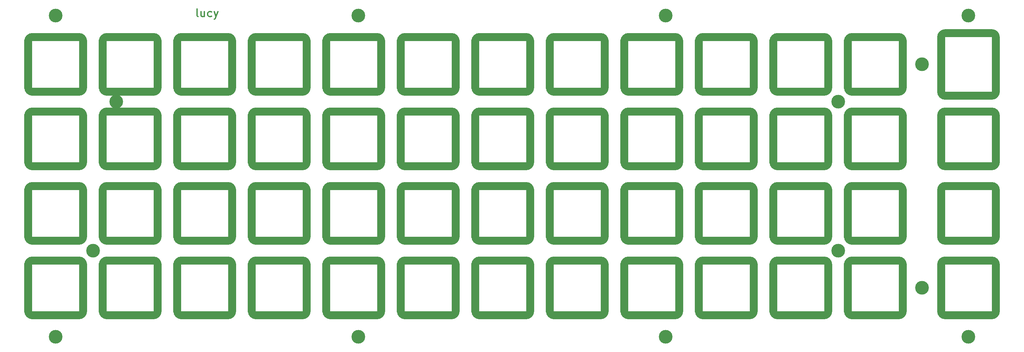
<source format=gbr>
G04 #@! TF.GenerationSoftware,KiCad,Pcbnew,(6.0.1-0)*
G04 #@! TF.CreationDate,2022-06-03T08:49:16-05:00*
G04 #@! TF.ProjectId,plate,706c6174-652e-46b6-9963-61645f706362,rev?*
G04 #@! TF.SameCoordinates,Original*
G04 #@! TF.FileFunction,Soldermask,Top*
G04 #@! TF.FilePolarity,Negative*
%FSLAX46Y46*%
G04 Gerber Fmt 4.6, Leading zero omitted, Abs format (unit mm)*
G04 Created by KiCad (PCBNEW (6.0.1-0)) date 2022-06-03 08:49:16*
%MOMM*%
%LPD*%
G01*
G04 APERTURE LIST*
%ADD10C,0.300000*%
%ADD11C,2.000000*%
%ADD12C,3.500000*%
G04 APERTURE END LIST*
D10*
X192381636Y-37814167D02*
X192191160Y-37718929D01*
X192095922Y-37528453D01*
X192095922Y-35814167D01*
X194000684Y-36480834D02*
X194000684Y-37814167D01*
X193143541Y-36480834D02*
X193143541Y-37528453D01*
X193238779Y-37718929D01*
X193429255Y-37814167D01*
X193714970Y-37814167D01*
X193905446Y-37718929D01*
X194000684Y-37623691D01*
X195810208Y-37718929D02*
X195619731Y-37814167D01*
X195238779Y-37814167D01*
X195048303Y-37718929D01*
X194953065Y-37623691D01*
X194857827Y-37433215D01*
X194857827Y-36861786D01*
X194953065Y-36671310D01*
X195048303Y-36576072D01*
X195238779Y-36480834D01*
X195619731Y-36480834D01*
X195810208Y-36576072D01*
X196476874Y-36480834D02*
X196953065Y-37814167D01*
X197429255Y-36480834D02*
X196953065Y-37814167D01*
X196762589Y-38290358D01*
X196667351Y-38385596D01*
X196476874Y-38480834D01*
D11*
X148972530Y-56006460D02*
X148972530Y-44006460D01*
X162972530Y-44006460D02*
X162972530Y-56006460D01*
X161972530Y-43006460D02*
X149972530Y-43006460D01*
X149972530Y-57006460D02*
X161972530Y-57006460D01*
X162972530Y-44006460D02*
G75*
G03*
X161972530Y-43006460I-999999J1D01*
G01*
X148972530Y-56006460D02*
G75*
G03*
X149972530Y-57006460I999999J-1D01*
G01*
X149972530Y-43006460D02*
G75*
G03*
X148972530Y-44006460I-1J-999999D01*
G01*
X161972530Y-57006460D02*
G75*
G03*
X162972530Y-56006460I1J999999D01*
G01*
X168022610Y-56006460D02*
X168022610Y-44006460D01*
X182022610Y-44006460D02*
X182022610Y-56006460D01*
X181022610Y-43006460D02*
X169022610Y-43006460D01*
X169022610Y-57006460D02*
X181022610Y-57006460D01*
X169022610Y-43006460D02*
G75*
G03*
X168022610Y-44006460I-1J-999999D01*
G01*
X182022610Y-44006460D02*
G75*
G03*
X181022610Y-43006460I-999999J1D01*
G01*
X168022610Y-56006460D02*
G75*
G03*
X169022610Y-57006460I999999J-1D01*
G01*
X181022610Y-57006460D02*
G75*
G03*
X182022610Y-56006460I1J999999D01*
G01*
X200072690Y-43006460D02*
X188072690Y-43006460D01*
X201072690Y-44006460D02*
X201072690Y-56006460D01*
X188072690Y-57006460D02*
X200072690Y-57006460D01*
X187072690Y-56006460D02*
X187072690Y-44006460D01*
X201072690Y-44006460D02*
G75*
G03*
X200072690Y-43006460I-999999J1D01*
G01*
X200072690Y-57006460D02*
G75*
G03*
X201072690Y-56006460I1J999999D01*
G01*
X188072690Y-43006460D02*
G75*
G03*
X187072690Y-44006460I-1J-999999D01*
G01*
X187072690Y-56006460D02*
G75*
G03*
X188072690Y-57006460I999999J-1D01*
G01*
X206122770Y-56006460D02*
X206122770Y-44006460D01*
X219122770Y-43006460D02*
X207122770Y-43006460D01*
X220122770Y-44006460D02*
X220122770Y-56006460D01*
X207122770Y-57006460D02*
X219122770Y-57006460D01*
X219122770Y-57006460D02*
G75*
G03*
X220122770Y-56006460I1J999999D01*
G01*
X206122770Y-56006460D02*
G75*
G03*
X207122770Y-57006460I999999J-1D01*
G01*
X220122770Y-44006460D02*
G75*
G03*
X219122770Y-43006460I-999999J1D01*
G01*
X207122770Y-43006460D02*
G75*
G03*
X206122770Y-44006460I-1J-999999D01*
G01*
X226172850Y-57006460D02*
X238172850Y-57006460D01*
X225172850Y-56006460D02*
X225172850Y-44006460D01*
X239172850Y-44006460D02*
X239172850Y-56006460D01*
X238172850Y-43006460D02*
X226172850Y-43006460D01*
X225172850Y-56006460D02*
G75*
G03*
X226172850Y-57006460I999999J-1D01*
G01*
X226172850Y-43006460D02*
G75*
G03*
X225172850Y-44006460I-1J-999999D01*
G01*
X238172850Y-57006460D02*
G75*
G03*
X239172850Y-56006460I1J999999D01*
G01*
X239172850Y-44006460D02*
G75*
G03*
X238172850Y-43006460I-999999J1D01*
G01*
X321423250Y-57006460D02*
X333423250Y-57006460D01*
X334423250Y-44006460D02*
X334423250Y-56006460D01*
X320423250Y-56006460D02*
X320423250Y-44006460D01*
X333423250Y-43006460D02*
X321423250Y-43006460D01*
X333423250Y-57006460D02*
G75*
G03*
X334423250Y-56006460I1J999999D01*
G01*
X320423250Y-56006460D02*
G75*
G03*
X321423250Y-57006460I999999J-1D01*
G01*
X334423250Y-44006460D02*
G75*
G03*
X333423250Y-43006460I-999999J1D01*
G01*
X321423250Y-43006460D02*
G75*
G03*
X320423250Y-44006460I-1J-999999D01*
G01*
X352473330Y-43006460D02*
X340473330Y-43006460D01*
X340473330Y-57006460D02*
X352473330Y-57006460D01*
X353473330Y-44006460D02*
X353473330Y-56006460D01*
X339473330Y-56006460D02*
X339473330Y-44006460D01*
X339473330Y-56006460D02*
G75*
G03*
X340473330Y-57006460I999999J-1D01*
G01*
X340473330Y-43006460D02*
G75*
G03*
X339473330Y-44006460I-1J-999999D01*
G01*
X353473330Y-44006460D02*
G75*
G03*
X352473330Y-43006460I-999999J1D01*
G01*
X352473330Y-57006460D02*
G75*
G03*
X353473330Y-56006460I1J999999D01*
G01*
X148972530Y-75056540D02*
X148972530Y-63056540D01*
X162972530Y-63056540D02*
X162972530Y-75056540D01*
X149972530Y-76056540D02*
X161972530Y-76056540D01*
X161972530Y-62056540D02*
X149972530Y-62056540D01*
X148972530Y-75056540D02*
G75*
G03*
X149972530Y-76056540I999999J-1D01*
G01*
X161972530Y-76056540D02*
G75*
G03*
X162972530Y-75056540I1J999999D01*
G01*
X149972530Y-62056540D02*
G75*
G03*
X148972530Y-63056540I-1J-999999D01*
G01*
X162972530Y-63056540D02*
G75*
G03*
X161972530Y-62056540I-999999J1D01*
G01*
X201072690Y-63056540D02*
X201072690Y-75056540D01*
X200072690Y-62056540D02*
X188072690Y-62056540D01*
X187072690Y-75056540D02*
X187072690Y-63056540D01*
X188072690Y-76056540D02*
X200072690Y-76056540D01*
X201072690Y-63056540D02*
G75*
G03*
X200072690Y-62056540I-999999J1D01*
G01*
X187072690Y-75056540D02*
G75*
G03*
X188072690Y-76056540I999999J-1D01*
G01*
X188072690Y-62056540D02*
G75*
G03*
X187072690Y-63056540I-1J-999999D01*
G01*
X200072690Y-76056540D02*
G75*
G03*
X201072690Y-75056540I1J999999D01*
G01*
X239172850Y-63056540D02*
X239172850Y-75056540D01*
X225172850Y-75056540D02*
X225172850Y-63056540D01*
X238172850Y-62056540D02*
X226172850Y-62056540D01*
X226172850Y-76056540D02*
X238172850Y-76056540D01*
X239172850Y-63056540D02*
G75*
G03*
X238172850Y-62056540I-999999J1D01*
G01*
X238172850Y-76056540D02*
G75*
G03*
X239172850Y-75056540I1J999999D01*
G01*
X225172850Y-75056540D02*
G75*
G03*
X226172850Y-76056540I999999J-1D01*
G01*
X226172850Y-62056540D02*
G75*
G03*
X225172850Y-63056540I-1J-999999D01*
G01*
X244222930Y-75056540D02*
X244222930Y-63056540D01*
X245222930Y-76056540D02*
X257222930Y-76056540D01*
X258222930Y-63056540D02*
X258222930Y-75056540D01*
X257222930Y-62056540D02*
X245222930Y-62056540D01*
X258222930Y-63056540D02*
G75*
G03*
X257222930Y-62056540I-999999J1D01*
G01*
X245222930Y-62056540D02*
G75*
G03*
X244222930Y-63056540I-1J-999999D01*
G01*
X257222930Y-76056540D02*
G75*
G03*
X258222930Y-75056540I1J999999D01*
G01*
X244222930Y-75056540D02*
G75*
G03*
X245222930Y-76056540I999999J-1D01*
G01*
X277273010Y-63056540D02*
X277273010Y-75056540D01*
X264273010Y-76056540D02*
X276273010Y-76056540D01*
X263273010Y-75056540D02*
X263273010Y-63056540D01*
X276273010Y-62056540D02*
X264273010Y-62056540D01*
X276273010Y-76056540D02*
G75*
G03*
X277273010Y-75056540I1J999999D01*
G01*
X264273010Y-62056540D02*
G75*
G03*
X263273010Y-63056540I-1J-999999D01*
G01*
X263273010Y-75056540D02*
G75*
G03*
X264273010Y-76056540I999999J-1D01*
G01*
X277273010Y-63056540D02*
G75*
G03*
X276273010Y-62056540I-999999J1D01*
G01*
X283323090Y-76056540D02*
X295323090Y-76056540D01*
X295323090Y-62056540D02*
X283323090Y-62056540D01*
X296323090Y-63056540D02*
X296323090Y-75056540D01*
X282323090Y-75056540D02*
X282323090Y-63056540D01*
X296323090Y-63056540D02*
G75*
G03*
X295323090Y-62056540I-999999J1D01*
G01*
X295323090Y-76056540D02*
G75*
G03*
X296323090Y-75056540I1J999999D01*
G01*
X283323090Y-62056540D02*
G75*
G03*
X282323090Y-63056540I-1J-999999D01*
G01*
X282323090Y-75056540D02*
G75*
G03*
X283323090Y-76056540I999999J-1D01*
G01*
X315373170Y-63056540D02*
X315373170Y-75056540D01*
X301373170Y-75056540D02*
X301373170Y-63056540D01*
X302373170Y-76056540D02*
X314373170Y-76056540D01*
X314373170Y-62056540D02*
X302373170Y-62056540D01*
X301373170Y-75056540D02*
G75*
G03*
X302373170Y-76056540I999999J-1D01*
G01*
X314373170Y-76056540D02*
G75*
G03*
X315373170Y-75056540I1J999999D01*
G01*
X315373170Y-63056540D02*
G75*
G03*
X314373170Y-62056540I-999999J1D01*
G01*
X302373170Y-62056540D02*
G75*
G03*
X301373170Y-63056540I-1J-999999D01*
G01*
X321423250Y-76056540D02*
X333423250Y-76056540D01*
X333423250Y-62056540D02*
X321423250Y-62056540D01*
X320423250Y-75056540D02*
X320423250Y-63056540D01*
X334423250Y-63056540D02*
X334423250Y-75056540D01*
X333423250Y-76056540D02*
G75*
G03*
X334423250Y-75056540I1J999999D01*
G01*
X320423250Y-75056540D02*
G75*
G03*
X321423250Y-76056540I999999J-1D01*
G01*
X334423250Y-63056540D02*
G75*
G03*
X333423250Y-62056540I-999999J1D01*
G01*
X321423250Y-62056540D02*
G75*
G03*
X320423250Y-63056540I-1J-999999D01*
G01*
X339473330Y-75056540D02*
X339473330Y-63056540D01*
X353473330Y-63056540D02*
X353473330Y-75056540D01*
X340473330Y-76056540D02*
X352473330Y-76056540D01*
X352473330Y-62056540D02*
X340473330Y-62056540D01*
X339473330Y-75056540D02*
G75*
G03*
X340473330Y-76056540I999999J-1D01*
G01*
X340473330Y-62056540D02*
G75*
G03*
X339473330Y-63056540I-1J-999999D01*
G01*
X353473330Y-63056540D02*
G75*
G03*
X352473330Y-62056540I-999999J1D01*
G01*
X352473330Y-76056540D02*
G75*
G03*
X353473330Y-75056540I1J999999D01*
G01*
X371523410Y-62056540D02*
X359523410Y-62056540D01*
X372523410Y-63056540D02*
X372523410Y-75056540D01*
X358523410Y-75056540D02*
X358523410Y-63056540D01*
X359523410Y-76056540D02*
X371523410Y-76056540D01*
X358523410Y-75056540D02*
G75*
G03*
X359523410Y-76056540I999999J-1D01*
G01*
X372523410Y-63056540D02*
G75*
G03*
X371523410Y-62056540I-999999J1D01*
G01*
X359523410Y-62056540D02*
G75*
G03*
X358523410Y-63056540I-1J-999999D01*
G01*
X371523410Y-76056540D02*
G75*
G03*
X372523410Y-75056540I1J999999D01*
G01*
X149972530Y-95106620D02*
X161972530Y-95106620D01*
X162972530Y-82106620D02*
X162972530Y-94106620D01*
X161972530Y-81106620D02*
X149972530Y-81106620D01*
X148972530Y-94106620D02*
X148972530Y-82106620D01*
X149972530Y-81106620D02*
G75*
G03*
X148972530Y-82106620I-1J-999999D01*
G01*
X162972530Y-82106620D02*
G75*
G03*
X161972530Y-81106620I-999999J1D01*
G01*
X148972530Y-94106620D02*
G75*
G03*
X149972530Y-95106620I999999J-1D01*
G01*
X161972530Y-95106620D02*
G75*
G03*
X162972530Y-94106620I1J999999D01*
G01*
X181022610Y-81106620D02*
X169022610Y-81106620D01*
X182022610Y-82106620D02*
X182022610Y-94106620D01*
X168022610Y-94106620D02*
X168022610Y-82106620D01*
X169022610Y-95106620D02*
X181022610Y-95106620D01*
X181022610Y-95106620D02*
G75*
G03*
X182022610Y-94106620I1J999999D01*
G01*
X168022610Y-94106620D02*
G75*
G03*
X169022610Y-95106620I999999J-1D01*
G01*
X182022610Y-82106620D02*
G75*
G03*
X181022610Y-81106620I-999999J1D01*
G01*
X169022610Y-81106620D02*
G75*
G03*
X168022610Y-82106620I-1J-999999D01*
G01*
X200072690Y-81106620D02*
X188072690Y-81106620D01*
X188072690Y-95106620D02*
X200072690Y-95106620D01*
X201072690Y-82106620D02*
X201072690Y-94106620D01*
X187072690Y-94106620D02*
X187072690Y-82106620D01*
X188072690Y-81106620D02*
G75*
G03*
X187072690Y-82106620I-1J-999999D01*
G01*
X187072690Y-94106620D02*
G75*
G03*
X188072690Y-95106620I999999J-1D01*
G01*
X200072690Y-95106620D02*
G75*
G03*
X201072690Y-94106620I1J999999D01*
G01*
X201072690Y-82106620D02*
G75*
G03*
X200072690Y-81106620I-999999J1D01*
G01*
X207122770Y-95106620D02*
X219122770Y-95106620D01*
X206122770Y-94106620D02*
X206122770Y-82106620D01*
X219122770Y-81106620D02*
X207122770Y-81106620D01*
X220122770Y-82106620D02*
X220122770Y-94106620D01*
X220122770Y-82106620D02*
G75*
G03*
X219122770Y-81106620I-999999J1D01*
G01*
X206122770Y-94106620D02*
G75*
G03*
X207122770Y-95106620I999999J-1D01*
G01*
X207122770Y-81106620D02*
G75*
G03*
X206122770Y-82106620I-1J-999999D01*
G01*
X219122770Y-95106620D02*
G75*
G03*
X220122770Y-94106620I1J999999D01*
G01*
X226172850Y-95106620D02*
X238172850Y-95106620D01*
X225172850Y-94106620D02*
X225172850Y-82106620D01*
X239172850Y-82106620D02*
X239172850Y-94106620D01*
X238172850Y-81106620D02*
X226172850Y-81106620D01*
X226172850Y-81106620D02*
G75*
G03*
X225172850Y-82106620I-1J-999999D01*
G01*
X238172850Y-95106620D02*
G75*
G03*
X239172850Y-94106620I1J999999D01*
G01*
X225172850Y-94106620D02*
G75*
G03*
X226172850Y-95106620I999999J-1D01*
G01*
X239172850Y-82106620D02*
G75*
G03*
X238172850Y-81106620I-999999J1D01*
G01*
X258222930Y-82106620D02*
X258222930Y-94106620D01*
X245222930Y-95106620D02*
X257222930Y-95106620D01*
X257222930Y-81106620D02*
X245222930Y-81106620D01*
X244222930Y-94106620D02*
X244222930Y-82106620D01*
X258222930Y-82106620D02*
G75*
G03*
X257222930Y-81106620I-999999J1D01*
G01*
X257222930Y-95106620D02*
G75*
G03*
X258222930Y-94106620I1J999999D01*
G01*
X245222930Y-81106620D02*
G75*
G03*
X244222930Y-82106620I-1J-999999D01*
G01*
X244222930Y-94106620D02*
G75*
G03*
X245222930Y-95106620I999999J-1D01*
G01*
X263273010Y-94106620D02*
X263273010Y-82106620D01*
X264273010Y-95106620D02*
X276273010Y-95106620D01*
X277273010Y-82106620D02*
X277273010Y-94106620D01*
X276273010Y-81106620D02*
X264273010Y-81106620D01*
X277273010Y-82106620D02*
G75*
G03*
X276273010Y-81106620I-999999J1D01*
G01*
X264273010Y-81106620D02*
G75*
G03*
X263273010Y-82106620I-1J-999999D01*
G01*
X276273010Y-95106620D02*
G75*
G03*
X277273010Y-94106620I1J999999D01*
G01*
X263273010Y-94106620D02*
G75*
G03*
X264273010Y-95106620I999999J-1D01*
G01*
X295323090Y-81106620D02*
X283323090Y-81106620D01*
X282323090Y-94106620D02*
X282323090Y-82106620D01*
X296323090Y-82106620D02*
X296323090Y-94106620D01*
X283323090Y-95106620D02*
X295323090Y-95106620D01*
X282323090Y-94106620D02*
G75*
G03*
X283323090Y-95106620I999999J-1D01*
G01*
X296323090Y-82106620D02*
G75*
G03*
X295323090Y-81106620I-999999J1D01*
G01*
X295323090Y-95106620D02*
G75*
G03*
X296323090Y-94106620I1J999999D01*
G01*
X283323090Y-81106620D02*
G75*
G03*
X282323090Y-82106620I-1J-999999D01*
G01*
X314373170Y-81106620D02*
X302373170Y-81106620D01*
X302373170Y-95106620D02*
X314373170Y-95106620D01*
X301373170Y-94106620D02*
X301373170Y-82106620D01*
X315373170Y-82106620D02*
X315373170Y-94106620D01*
X314373170Y-95106620D02*
G75*
G03*
X315373170Y-94106620I1J999999D01*
G01*
X301373170Y-94106620D02*
G75*
G03*
X302373170Y-95106620I999999J-1D01*
G01*
X302373170Y-81106620D02*
G75*
G03*
X301373170Y-82106620I-1J-999999D01*
G01*
X315373170Y-82106620D02*
G75*
G03*
X314373170Y-81106620I-999999J1D01*
G01*
X320423250Y-94106620D02*
X320423250Y-82106620D01*
X321423250Y-95106620D02*
X333423250Y-95106620D01*
X334423250Y-82106620D02*
X334423250Y-94106620D01*
X333423250Y-81106620D02*
X321423250Y-81106620D01*
X320423250Y-94106620D02*
G75*
G03*
X321423250Y-95106620I999999J-1D01*
G01*
X334423250Y-82106620D02*
G75*
G03*
X333423250Y-81106620I-999999J1D01*
G01*
X333423250Y-95106620D02*
G75*
G03*
X334423250Y-94106620I1J999999D01*
G01*
X321423250Y-81106620D02*
G75*
G03*
X320423250Y-82106620I-1J-999999D01*
G01*
X353473330Y-82106620D02*
X353473330Y-94106620D01*
X352473330Y-81106620D02*
X340473330Y-81106620D01*
X340473330Y-95106620D02*
X352473330Y-95106620D01*
X339473330Y-94106620D02*
X339473330Y-82106620D01*
X339473330Y-94106620D02*
G75*
G03*
X340473330Y-95106620I999999J-1D01*
G01*
X353473330Y-82106620D02*
G75*
G03*
X352473330Y-81106620I-999999J1D01*
G01*
X340473330Y-81106620D02*
G75*
G03*
X339473330Y-82106620I-1J-999999D01*
G01*
X352473330Y-95106620D02*
G75*
G03*
X353473330Y-94106620I1J999999D01*
G01*
X359523410Y-95106620D02*
X371523410Y-95106620D01*
X372523410Y-82106620D02*
X372523410Y-94106620D01*
X371523410Y-81106620D02*
X359523410Y-81106620D01*
X358523410Y-94106620D02*
X358523410Y-82106620D01*
X371523410Y-95106620D02*
G75*
G03*
X372523410Y-94106620I1J999999D01*
G01*
X359523410Y-81106620D02*
G75*
G03*
X358523410Y-82106620I-1J-999999D01*
G01*
X372523410Y-82106620D02*
G75*
G03*
X371523410Y-81106620I-999999J1D01*
G01*
X358523410Y-94106620D02*
G75*
G03*
X359523410Y-95106620I999999J-1D01*
G01*
X181022610Y-100156700D02*
X169022610Y-100156700D01*
X182022610Y-101156700D02*
X182022610Y-113156700D01*
X168022610Y-113156700D02*
X168022610Y-101156700D01*
X169022610Y-114156700D02*
X181022610Y-114156700D01*
X182022610Y-101156700D02*
G75*
G03*
X181022610Y-100156700I-999999J1D01*
G01*
X168022610Y-113156700D02*
G75*
G03*
X169022610Y-114156700I999999J-1D01*
G01*
X181022610Y-114156700D02*
G75*
G03*
X182022610Y-113156700I1J999999D01*
G01*
X169022610Y-100156700D02*
G75*
G03*
X168022610Y-101156700I-1J-999999D01*
G01*
X200072690Y-100156700D02*
X188072690Y-100156700D01*
X188072690Y-114156700D02*
X200072690Y-114156700D01*
X201072690Y-101156700D02*
X201072690Y-113156700D01*
X187072690Y-113156700D02*
X187072690Y-101156700D01*
X188072690Y-100156700D02*
G75*
G03*
X187072690Y-101156700I-1J-999999D01*
G01*
X187072690Y-113156700D02*
G75*
G03*
X188072690Y-114156700I999999J-1D01*
G01*
X201072690Y-101156700D02*
G75*
G03*
X200072690Y-100156700I-999999J1D01*
G01*
X200072690Y-114156700D02*
G75*
G03*
X201072690Y-113156700I1J999999D01*
G01*
X206122770Y-113156700D02*
X206122770Y-101156700D01*
X219122770Y-100156700D02*
X207122770Y-100156700D01*
X220122770Y-101156700D02*
X220122770Y-113156700D01*
X207122770Y-114156700D02*
X219122770Y-114156700D01*
X219122770Y-114156700D02*
G75*
G03*
X220122770Y-113156700I1J999999D01*
G01*
X220122770Y-101156700D02*
G75*
G03*
X219122770Y-100156700I-999999J1D01*
G01*
X206122770Y-113156700D02*
G75*
G03*
X207122770Y-114156700I999999J-1D01*
G01*
X207122770Y-100156700D02*
G75*
G03*
X206122770Y-101156700I-1J-999999D01*
G01*
X225172850Y-113156700D02*
X225172850Y-101156700D01*
X226172850Y-114156700D02*
X238172850Y-114156700D01*
X238172850Y-100156700D02*
X226172850Y-100156700D01*
X239172850Y-101156700D02*
X239172850Y-113156700D01*
X225172850Y-113156700D02*
G75*
G03*
X226172850Y-114156700I999999J-1D01*
G01*
X238172850Y-114156700D02*
G75*
G03*
X239172850Y-113156700I1J999999D01*
G01*
X239172850Y-101156700D02*
G75*
G03*
X238172850Y-100156700I-999999J1D01*
G01*
X226172850Y-100156700D02*
G75*
G03*
X225172850Y-101156700I-1J-999999D01*
G01*
X257222930Y-100156700D02*
X245222930Y-100156700D01*
X258222930Y-101156700D02*
X258222930Y-113156700D01*
X245222930Y-114156700D02*
X257222930Y-114156700D01*
X244222930Y-113156700D02*
X244222930Y-101156700D01*
X257222930Y-114156700D02*
G75*
G03*
X258222930Y-113156700I1J999999D01*
G01*
X258222930Y-101156700D02*
G75*
G03*
X257222930Y-100156700I-999999J1D01*
G01*
X244222930Y-113156700D02*
G75*
G03*
X245222930Y-114156700I999999J-1D01*
G01*
X245222930Y-100156700D02*
G75*
G03*
X244222930Y-101156700I-1J-999999D01*
G01*
X263273010Y-113156700D02*
X263273010Y-101156700D01*
X264273010Y-114156700D02*
X276273010Y-114156700D01*
X277273010Y-101156700D02*
X277273010Y-113156700D01*
X276273010Y-100156700D02*
X264273010Y-100156700D01*
X276273010Y-114156700D02*
G75*
G03*
X277273010Y-113156700I1J999999D01*
G01*
X277273010Y-101156700D02*
G75*
G03*
X276273010Y-100156700I-999999J1D01*
G01*
X264273010Y-100156700D02*
G75*
G03*
X263273010Y-101156700I-1J-999999D01*
G01*
X263273010Y-113156700D02*
G75*
G03*
X264273010Y-114156700I999999J-1D01*
G01*
X296323090Y-101156700D02*
X296323090Y-113156700D01*
X283323090Y-114156700D02*
X295323090Y-114156700D01*
X295323090Y-100156700D02*
X283323090Y-100156700D01*
X282323090Y-113156700D02*
X282323090Y-101156700D01*
X282323090Y-113156700D02*
G75*
G03*
X283323090Y-114156700I999999J-1D01*
G01*
X283323090Y-100156700D02*
G75*
G03*
X282323090Y-101156700I-1J-999999D01*
G01*
X295323090Y-114156700D02*
G75*
G03*
X296323090Y-113156700I1J999999D01*
G01*
X296323090Y-101156700D02*
G75*
G03*
X295323090Y-100156700I-999999J1D01*
G01*
X301373170Y-113156700D02*
X301373170Y-101156700D01*
X315373170Y-101156700D02*
X315373170Y-113156700D01*
X302373170Y-114156700D02*
X314373170Y-114156700D01*
X314373170Y-100156700D02*
X302373170Y-100156700D01*
X301373170Y-113156700D02*
G75*
G03*
X302373170Y-114156700I999999J-1D01*
G01*
X302373170Y-100156700D02*
G75*
G03*
X301373170Y-101156700I-1J-999999D01*
G01*
X314373170Y-114156700D02*
G75*
G03*
X315373170Y-113156700I1J999999D01*
G01*
X315373170Y-101156700D02*
G75*
G03*
X314373170Y-100156700I-999999J1D01*
G01*
X334423250Y-101156700D02*
X334423250Y-113156700D01*
X333423250Y-100156700D02*
X321423250Y-100156700D01*
X320423250Y-113156700D02*
X320423250Y-101156700D01*
X321423250Y-114156700D02*
X333423250Y-114156700D01*
X333423250Y-114156700D02*
G75*
G03*
X334423250Y-113156700I1J999999D01*
G01*
X334423250Y-101156700D02*
G75*
G03*
X333423250Y-100156700I-999999J1D01*
G01*
X321423250Y-100156700D02*
G75*
G03*
X320423250Y-101156700I-1J-999999D01*
G01*
X320423250Y-113156700D02*
G75*
G03*
X321423250Y-114156700I999999J-1D01*
G01*
X339473330Y-113160000D02*
X339473330Y-101160000D01*
X340473330Y-114160000D02*
X352473330Y-114160000D01*
X353473330Y-101160000D02*
X353473330Y-113160000D01*
X352473330Y-100160000D02*
X340473330Y-100160000D01*
X353473330Y-101160000D02*
G75*
G03*
X352473330Y-100160000I-999999J1D01*
G01*
X339473330Y-113160000D02*
G75*
G03*
X340473330Y-114160000I999999J-1D01*
G01*
X352473330Y-114160000D02*
G75*
G03*
X353473330Y-113160000I1J999999D01*
G01*
X340473330Y-100160000D02*
G75*
G03*
X339473330Y-101160000I-1J-999999D01*
G01*
X372523410Y-101156700D02*
X372523410Y-113156700D01*
X358523410Y-113156700D02*
X358523410Y-101156700D01*
X371523410Y-100156700D02*
X359523410Y-100156700D01*
X359523410Y-114156700D02*
X371523410Y-114156700D01*
X358523410Y-113156700D02*
G75*
G03*
X359523410Y-114156700I999999J-1D01*
G01*
X371523410Y-114156700D02*
G75*
G03*
X372523410Y-113156700I1J999999D01*
G01*
X372523410Y-101156700D02*
G75*
G03*
X371523410Y-100156700I-999999J1D01*
G01*
X359523410Y-100156700D02*
G75*
G03*
X358523410Y-101156700I-1J-999999D01*
G01*
X161972530Y-100156700D02*
X149972530Y-100156700D01*
X148972530Y-113156700D02*
X148972530Y-101156700D01*
X162972530Y-101156700D02*
X162972530Y-113156700D01*
X149972530Y-114156700D02*
X161972530Y-114156700D01*
X162972530Y-101156700D02*
G75*
G03*
X161972530Y-100156700I-999999J1D01*
G01*
X149972530Y-100156700D02*
G75*
G03*
X148972530Y-101156700I-1J-999999D01*
G01*
X148972530Y-113156700D02*
G75*
G03*
X149972530Y-114156700I999999J-1D01*
G01*
X161972530Y-114156700D02*
G75*
G03*
X162972530Y-113156700I1J999999D01*
G01*
X181022610Y-62056540D02*
X169022610Y-62056540D01*
X169022610Y-76056540D02*
X181022610Y-76056540D01*
X182022610Y-63056540D02*
X182022610Y-75056540D01*
X168022610Y-75056540D02*
X168022610Y-63056540D01*
X181022610Y-76056540D02*
G75*
G03*
X182022610Y-75056540I1J999999D01*
G01*
X182022610Y-63056540D02*
G75*
G03*
X181022610Y-62056540I-999999J1D01*
G01*
X168022610Y-75056540D02*
G75*
G03*
X169022610Y-76056540I999999J-1D01*
G01*
X169022610Y-62056540D02*
G75*
G03*
X168022610Y-63056540I-1J-999999D01*
G01*
X382335890Y-94106428D02*
X382335890Y-82106428D01*
X396335890Y-82106428D02*
X396335890Y-94106428D01*
X383335890Y-95106428D02*
X395335890Y-95106428D01*
X395335890Y-81106428D02*
X383335890Y-81106428D01*
X396335890Y-82106428D02*
G75*
G03*
X395335890Y-81106428I-999999J1D01*
G01*
X382335890Y-94106428D02*
G75*
G03*
X383335890Y-95106428I999999J-1D01*
G01*
X383335890Y-81106428D02*
G75*
G03*
X382335890Y-82106428I-1J-999999D01*
G01*
X395335890Y-95106428D02*
G75*
G03*
X396335890Y-94106428I1J999999D01*
G01*
X382335890Y-75056444D02*
X382335890Y-63056444D01*
X383335890Y-76056444D02*
X395335890Y-76056444D01*
X395335890Y-62056444D02*
X383335890Y-62056444D01*
X396335890Y-63056444D02*
X396335890Y-75056444D01*
X382335890Y-75056444D02*
G75*
G03*
X383335890Y-76056444I999999J-1D01*
G01*
X395335890Y-76056444D02*
G75*
G03*
X396335890Y-75056444I1J999999D01*
G01*
X396335890Y-63056444D02*
G75*
G03*
X395335890Y-62056444I-999999J1D01*
G01*
X383335890Y-62056444D02*
G75*
G03*
X382335890Y-63056444I-1J-999999D01*
G01*
X396336010Y-57031460D02*
X396336010Y-43031460D01*
X395328903Y-58031460D02*
X383343117Y-58031460D01*
X383343117Y-42031461D02*
X395328903Y-42031460D01*
X382343117Y-43031460D02*
X382343117Y-57031460D01*
X395328903Y-58031460D02*
G75*
G03*
X396328903Y-57031460I1J999999D01*
G01*
X396328903Y-43031460D02*
G75*
G03*
X395328903Y-42031460I-999999J1D01*
G01*
X383343117Y-42031461D02*
G75*
G03*
X382343117Y-43031461I-1J-999999D01*
G01*
X382343117Y-57031460D02*
G75*
G03*
X383343117Y-58031460I999999J-1D01*
G01*
X358523410Y-56006460D02*
X358523410Y-44006460D01*
X371523410Y-43006460D02*
X359523410Y-43006460D01*
X372523410Y-44006460D02*
X372523410Y-56006460D01*
X359523410Y-57006460D02*
X371523410Y-57006460D01*
X372523410Y-44006460D02*
G75*
G03*
X371523410Y-43006460I-999999J1D01*
G01*
X359523410Y-43006460D02*
G75*
G03*
X358523410Y-44006460I-1J-999999D01*
G01*
X371523410Y-57006460D02*
G75*
G03*
X372523410Y-56006460I1J999999D01*
G01*
X358523410Y-56006460D02*
G75*
G03*
X359523410Y-57006460I999999J-1D01*
G01*
X382336010Y-113156700D02*
X382336010Y-101156700D01*
X395336010Y-100156700D02*
X383336010Y-100156700D01*
X383336010Y-114156700D02*
X395336010Y-114156700D01*
X396336010Y-101156700D02*
X396336010Y-113156700D01*
X382336010Y-113156700D02*
G75*
G03*
X383336010Y-114156700I999999J-1D01*
G01*
X383336010Y-100156700D02*
G75*
G03*
X382336010Y-101156700I-1J-999999D01*
G01*
X395336010Y-114156700D02*
G75*
G03*
X396336010Y-113156700I1J999999D01*
G01*
X396336010Y-101156700D02*
G75*
G03*
X395336010Y-100156700I-999999J1D01*
G01*
X206122770Y-75056540D02*
X206122770Y-63056540D01*
X219122770Y-62056540D02*
X207122770Y-62056540D01*
X207122770Y-76056540D02*
X219122770Y-76056540D01*
X220122770Y-63056540D02*
X220122770Y-75056540D01*
X219122770Y-76056540D02*
G75*
G03*
X220122770Y-75056540I1J999999D01*
G01*
X220122770Y-63056540D02*
G75*
G03*
X219122770Y-62056540I-999999J1D01*
G01*
X207122770Y-62056540D02*
G75*
G03*
X206122770Y-63056540I-1J-999999D01*
G01*
X206122770Y-75056540D02*
G75*
G03*
X207122770Y-76056540I999999J-1D01*
G01*
X257223314Y-43006460D02*
X245223314Y-43006460D01*
X244223314Y-56006460D02*
X244223314Y-44006460D01*
X245223314Y-57006460D02*
X257223314Y-57006460D01*
X258223314Y-44006460D02*
X258223314Y-56006460D01*
X258223314Y-44006460D02*
G75*
G03*
X257223314Y-43006460I-999999J1D01*
G01*
X244223314Y-56006460D02*
G75*
G03*
X245223314Y-57006460I999999J-1D01*
G01*
X245223314Y-43006460D02*
G75*
G03*
X244223314Y-44006460I-1J-999999D01*
G01*
X257223314Y-57006460D02*
G75*
G03*
X258223314Y-56006460I1J999999D01*
G01*
X263273330Y-56006460D02*
X263273330Y-44006460D01*
X277273330Y-44006460D02*
X277273330Y-56006460D01*
X276273330Y-43006460D02*
X264273330Y-43006460D01*
X264273330Y-57006460D02*
X276273330Y-57006460D01*
X277273330Y-44006460D02*
G75*
G03*
X276273330Y-43006460I-999999J1D01*
G01*
X264273330Y-43006460D02*
G75*
G03*
X263273330Y-44006460I-1J-999999D01*
G01*
X276273330Y-57006460D02*
G75*
G03*
X277273330Y-56006460I1J999999D01*
G01*
X263273330Y-56006460D02*
G75*
G03*
X264273330Y-57006460I999999J-1D01*
G01*
X296323346Y-44006460D02*
X296323346Y-56006460D01*
X295323346Y-43006460D02*
X283323346Y-43006460D01*
X283323346Y-57006460D02*
X295323346Y-57006460D01*
X282323346Y-56006460D02*
X282323346Y-44006460D01*
X295323346Y-57006460D02*
G75*
G03*
X296323346Y-56006460I1J999999D01*
G01*
X296323346Y-44006460D02*
G75*
G03*
X295323346Y-43006460I-999999J1D01*
G01*
X282323346Y-56006460D02*
G75*
G03*
X283323346Y-57006460I999999J-1D01*
G01*
X283323346Y-43006460D02*
G75*
G03*
X282323346Y-44006460I-1J-999999D01*
G01*
X315373362Y-44006460D02*
X315373362Y-56006460D01*
X301373362Y-56006460D02*
X301373362Y-44006460D01*
X314373362Y-43006460D02*
X302373362Y-43006460D01*
X302373362Y-57006460D02*
X314373362Y-57006460D01*
X302373362Y-43006460D02*
G75*
G03*
X301373362Y-44006460I-1J-999999D01*
G01*
X314373362Y-57006460D02*
G75*
G03*
X315373362Y-56006460I1J999999D01*
G01*
X315373362Y-44006460D02*
G75*
G03*
X314373362Y-43006460I-999999J1D01*
G01*
X301373362Y-56006460D02*
G75*
G03*
X302373362Y-57006460I999999J-1D01*
G01*
D12*
X377429670Y-50006460D03*
X355997174Y-97631332D03*
X233362696Y-37504719D03*
X233362696Y-119657913D03*
X155972006Y-37504719D03*
X389334702Y-37504719D03*
X377428442Y-107156340D03*
X165497014Y-97631332D03*
X355997174Y-59531300D03*
X171450144Y-59531300D03*
X155972006Y-119657913D03*
X311944012Y-119657913D03*
X311944012Y-37504719D03*
X389334702Y-119657913D03*
M02*

</source>
